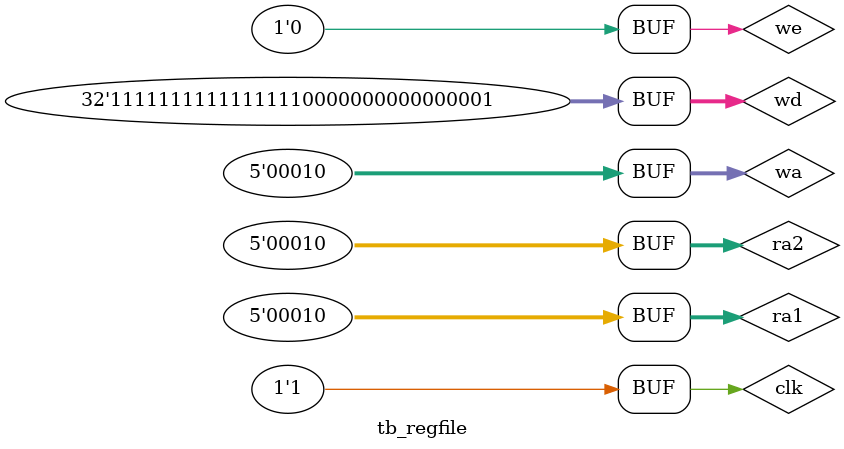
<source format=v>
`timescale 1ns / 1ps

module tb_regfile();

    reg clk;
    reg [4:0] ra1;
    reg [4:0] ra2;
    reg we;
    reg [4:0] wa;
    reg [31:0] wd;
    
    wire [31:0] rd1;
    wire [31:0] rd2;
    
    regfile #(.NUM_REGISTERS(32), .DATA_WIDTH(32)) dut (
        .clk(clk),
        .ra1(ra1),
        .ra2(ra2),
        .we(we),
        .wa(wa),
        .wd(wd),
        .rd1(rd1),
        .rd2(rd2)
        );
        
    always begin
        clk = 0; #5;
        clk = 1; #5;
    end
    
    initial begin
        #2;
        
        // Read 0th register
        ra1 = 5'd0; ra2 = 5'd0; we = 1'b0; #15;
        if(rd1 !== 0)
            $display("Test failed: Zero Register not zero");
            
        // Read registers when not initialized yet
        ra1 = 5'd1; ra2 = 5'd1; we = 1'b0; #15;
        if(~(rd1 == 0 && rd2 == 0))
            $display("Test failed: Beginning registers, not written yet");
            
        // Write and read register 1
        wa = 5'd1; wd = 32'hFFFF0000; we = 1'b1; #15;
        ra1 = 5'd1; ra2 = 5'd1; #15;
        if(~(rd1 == 32'hFFFF0000 && rd2 == 32'hFFFF0000))
            $display("Test failed: Register 1 value");
            
        // Write and read register 0 (should always still be 0, even when writing to it)
        wa = 5'd0; wd = 32'hFFFF0000; we = 1'b1; #15;
        ra1 = 5'd0; ra2 = 5'd0; #15;
        if(~(rd1 == 0 && rd2 == 0))
            $display("Test failed: Register 0 write value");
            
        // Write and read register 2 when WE is not set
        wa = 5'd2; wd = 32'hFFFF0001; we = 1'b0; #15;
        ra1 = 5'd2; ra2 = 5'd2; #15;
        if(~(rd1 == 0 && rd2 == 0))
            $display("Test failed: Register 2 write value, WE not set");
            
    end

endmodule

</source>
